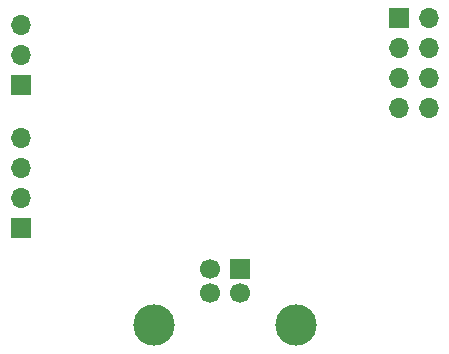
<source format=gbs>
G04 #@! TF.GenerationSoftware,KiCad,Pcbnew,7.0.10*
G04 #@! TF.CreationDate,2024-03-12T12:36:54-06:00*
G04 #@! TF.ProjectId,ARXCarrierBoard,41525843-6172-4726-9965-72426f617264,rev?*
G04 #@! TF.SameCoordinates,Original*
G04 #@! TF.FileFunction,Soldermask,Bot*
G04 #@! TF.FilePolarity,Negative*
%FSLAX46Y46*%
G04 Gerber Fmt 4.6, Leading zero omitted, Abs format (unit mm)*
G04 Created by KiCad (PCBNEW 7.0.10) date 2024-03-12 12:36:54*
%MOMM*%
%LPD*%
G01*
G04 APERTURE LIST*
%ADD10R,1.700000X1.700000*%
%ADD11O,1.700000X1.700000*%
%ADD12C,1.700000*%
%ADD13C,3.500000*%
G04 APERTURE END LIST*
D10*
X210566000Y-76200000D03*
D11*
X213106000Y-76200000D03*
X210566000Y-78740000D03*
X213106000Y-78740000D03*
X210566000Y-81280000D03*
X213106000Y-81280000D03*
X210566000Y-83820000D03*
X213106000Y-83820000D03*
D10*
X197125590Y-97478310D03*
D12*
X194625590Y-97478310D03*
X194625590Y-99478310D03*
X197125590Y-99478310D03*
D13*
X201895590Y-102188310D03*
X189855590Y-102188310D03*
D10*
X178563270Y-81900490D03*
D11*
X178563270Y-79360490D03*
X178563270Y-76820490D03*
D10*
X178563270Y-93980000D03*
D11*
X178563270Y-91440000D03*
X178563270Y-88900000D03*
X178563270Y-86360000D03*
M02*

</source>
